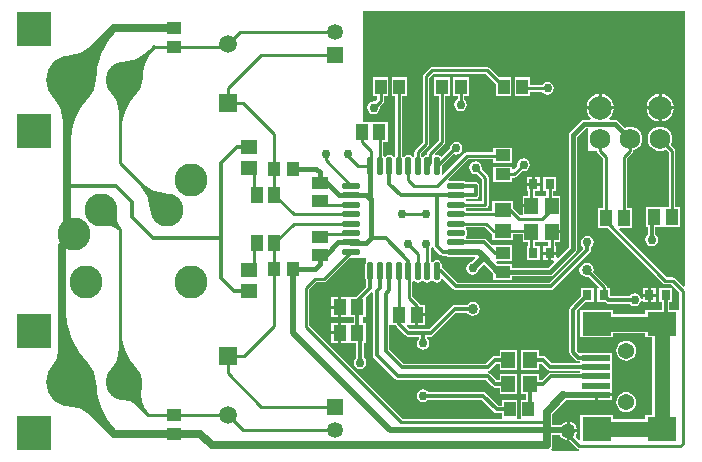
<source format=gbl>
%FSLAX24Y24*%
%MOIN*%
G70*
G01*
G75*
G04 Layer_Physical_Order=2*
G04 Layer_Color=16711680*
%ADD10R,0.0433X0.0492*%
%ADD11R,0.0512X0.0610*%
%ADD12R,0.0512X0.0394*%
%ADD13R,0.0866X0.0374*%
%ADD14R,0.0551X0.0472*%
%ADD15C,0.0120*%
%ADD16C,0.0100*%
%ADD17C,0.0340*%
%ADD18C,0.0532*%
%ADD19R,0.0532X0.0532*%
%ADD20C,0.0591*%
%ADD21R,0.0591X0.0591*%
%ADD22C,0.1100*%
%ADD23C,0.0540*%
%ADD24C,0.0787*%
%ADD25C,0.0689*%
%ADD26R,0.1144X0.1144*%
%ADD27C,0.1654*%
%ADD28C,0.1220*%
%ADD29C,0.0500*%
%ADD30C,0.0300*%
%ADD31C,0.0250*%
%ADD32R,0.0394X0.0512*%
%ADD33O,0.0217X0.0630*%
%ADD34O,0.0630X0.0217*%
%ADD35R,0.0433X0.0551*%
%ADD36R,0.0551X0.0433*%
%ADD37R,0.0472X0.0551*%
%ADD38R,0.0315X0.0354*%
%ADD39R,0.0980X0.0790*%
%ADD40R,0.0940X0.0200*%
%ADD41C,0.0200*%
%ADD42C,0.0150*%
%ADD43C,0.0500*%
G36*
X39988Y33159D02*
X39932Y33136D01*
X39649Y33419D01*
X39613Y33444D01*
X39570Y33452D01*
X39570Y33452D01*
X39376D01*
X37780Y35049D01*
X37803Y35104D01*
X38222D01*
Y35776D01*
X38057D01*
Y37409D01*
X38229Y37581D01*
X38229Y37581D01*
X38254Y37617D01*
X38262Y37660D01*
X38262Y37660D01*
Y37679D01*
X38354Y37717D01*
X38438Y37782D01*
X38503Y37866D01*
X38544Y37964D01*
X38558Y38070D01*
X38544Y38176D01*
X38503Y38274D01*
X38438Y38358D01*
X38354Y38423D01*
X38256Y38464D01*
X38150Y38478D01*
X38044Y38464D01*
X37978Y38437D01*
X37751Y38664D01*
X37706Y38694D01*
X37653Y38704D01*
X37468D01*
X37449Y38761D01*
X37474Y38780D01*
X37546Y38875D01*
X37592Y38985D01*
X37601Y39053D01*
X36699D01*
X36708Y38985D01*
X36754Y38875D01*
X36826Y38780D01*
X36851Y38761D01*
X36832Y38704D01*
X36617D01*
X36564Y38694D01*
X36519Y38664D01*
X36153Y38297D01*
X36123Y38253D01*
X36112Y38200D01*
X36112Y38200D01*
X36112D01*
X36112Y38200D01*
X36112D01*
Y34457D01*
X35749Y34093D01*
X35693Y34116D01*
Y34200D01*
X35526D01*
Y34013D01*
X35590D01*
X35613Y33957D01*
X35428Y33773D01*
X34216D01*
Y33892D01*
X33739D01*
X33678Y33953D01*
X33701Y34008D01*
X34216D01*
Y34522D01*
X33584D01*
X33584Y34522D01*
Y34522D01*
X33561Y34512D01*
X33374Y34699D01*
X33334Y34726D01*
X33287Y34735D01*
X32678D01*
X32671Y34740D01*
Y34800D01*
X32680Y34806D01*
X32717Y34862D01*
X32730Y34928D01*
X32717Y34993D01*
X32680Y35049D01*
X32671Y35055D01*
Y35115D01*
X32680Y35121D01*
X32686Y35130D01*
X33311D01*
X33525Y34916D01*
X33525Y34916D01*
X33561Y34892D01*
X33561Y34892D01*
X33561Y34892D01*
D01*
X33561Y34892D01*
X33561Y34892D01*
X33564Y34891D01*
Y34699D01*
X34236D01*
Y34884D01*
X34569D01*
Y34631D01*
X34753D01*
Y34487D01*
X34707D01*
Y34013D01*
X35142D01*
Y34487D01*
X34978D01*
Y34631D01*
X35422D01*
Y34487D01*
X35258D01*
Y34300D01*
X35693D01*
Y34487D01*
X35647D01*
Y34631D01*
X35831D01*
Y34917D01*
X35750D01*
Y35017D01*
X35831D01*
Y35303D01*
Y35497D01*
Y36169D01*
X35588D01*
Y36313D01*
X35693D01*
Y36787D01*
X35258D01*
Y36313D01*
X35363D01*
Y36169D01*
X34978D01*
Y36313D01*
X35142D01*
Y36500D01*
X34707D01*
Y36313D01*
X34753D01*
Y36169D01*
X34569D01*
Y35883D01*
X34650D01*
Y35783D01*
X34569D01*
Y35512D01*
X34496D01*
X34236Y35773D01*
Y36001D01*
X33564D01*
Y35670D01*
X32686D01*
X32680Y35679D01*
X32671Y35685D01*
Y35745D01*
X32680Y35751D01*
X32686Y35760D01*
X33328D01*
X33370Y35769D01*
X33407Y35793D01*
X33431Y35830D01*
X33440Y35872D01*
X33440Y35872D01*
X33440Y35872D01*
Y35872D01*
Y36772D01*
X33431Y36815D01*
X33407Y36852D01*
X33407Y36852D01*
X33205Y37054D01*
X33214Y37100D01*
X33198Y37182D01*
X33151Y37251D01*
X33082Y37298D01*
X33000Y37314D01*
X32918Y37298D01*
X32849Y37251D01*
X32802Y37182D01*
X32786Y37100D01*
X32802Y37018D01*
X32849Y36949D01*
X32918Y36902D01*
X33000Y36886D01*
X33046Y36895D01*
X33215Y36726D01*
Y35985D01*
X32686D01*
X32680Y35994D01*
X32671Y36000D01*
Y36060D01*
X32678Y36065D01*
X32987D01*
X33034Y36074D01*
X33074Y36101D01*
X33074Y36101D01*
X33074Y36101D01*
X33087Y36113D01*
X33113Y36153D01*
X33122Y36200D01*
X33122Y36200D01*
X33122Y36200D01*
Y36200D01*
Y36500D01*
X33113Y36547D01*
X33087Y36587D01*
X33047Y36613D01*
X33000Y36622D01*
X32681D01*
X32680Y36624D01*
X32624Y36661D01*
X32559Y36674D01*
X32145D01*
X32106Y36666D01*
X32078Y36719D01*
X32746Y37388D01*
X33584D01*
Y37258D01*
X34216D01*
Y37772D01*
X33584D01*
Y37612D01*
X32700D01*
X32700Y37612D01*
X32657Y37604D01*
X32621Y37579D01*
X32621Y37579D01*
X31919Y36878D01*
X31866Y36906D01*
X31874Y36945D01*
Y37165D01*
X32264Y37555D01*
X32268Y37552D01*
X32350Y37536D01*
X32432Y37552D01*
X32501Y37599D01*
X32548Y37668D01*
X32564Y37750D01*
X32548Y37832D01*
X32501Y37901D01*
X32432Y37948D01*
X32350Y37964D01*
X32268Y37948D01*
X32199Y37901D01*
X32152Y37832D01*
X32136Y37750D01*
X32137Y37745D01*
X31867Y37476D01*
X31824Y37480D01*
X31768Y37517D01*
X31702Y37530D01*
X31671Y37524D01*
X31643Y37577D01*
X31964Y37899D01*
X31989Y37935D01*
X31997Y37978D01*
X31997Y37978D01*
Y39484D01*
X32142D01*
Y40116D01*
X31628D01*
Y39484D01*
X31773D01*
Y38024D01*
X31405Y37656D01*
X31380Y37620D01*
X31372Y37577D01*
X31372Y37577D01*
Y37527D01*
X31322Y37517D01*
X31266Y37480D01*
X31260Y37471D01*
X31200D01*
X31194Y37480D01*
X31185Y37486D01*
Y37576D01*
X31429Y37821D01*
X31429Y37821D01*
X31454Y37857D01*
X31454Y37857D01*
X31454Y37857D01*
X31462Y37900D01*
X31462Y37900D01*
Y40104D01*
X31596Y40238D01*
X33339D01*
X33678Y39898D01*
Y39484D01*
X34192D01*
Y40116D01*
X33778D01*
X33464Y40429D01*
X33428Y40454D01*
X33385Y40462D01*
X33385Y40462D01*
X31550D01*
X31550Y40462D01*
X31507Y40454D01*
X31471Y40429D01*
X31471Y40429D01*
X31271Y40229D01*
X31246Y40193D01*
X31238Y40150D01*
X31238Y40150D01*
Y37946D01*
X30993Y37702D01*
X30969Y37665D01*
X30960Y37622D01*
X30960Y37622D01*
Y37486D01*
X30951Y37480D01*
X30945Y37471D01*
X30885D01*
X30879Y37480D01*
X30823Y37517D01*
X30757Y37530D01*
X30692Y37517D01*
X30636Y37480D01*
X30630Y37471D01*
X30570D01*
X30564Y37480D01*
X30555Y37486D01*
Y39484D01*
X30722D01*
Y40116D01*
X30208D01*
Y39484D01*
X30330D01*
Y37486D01*
X30321Y37480D01*
X30315Y37471D01*
X30255D01*
X30249Y37480D01*
X30193Y37517D01*
X30128Y37530D01*
X30062Y37517D01*
X30006Y37480D01*
X30000Y37471D01*
X29940D01*
X29934Y37480D01*
X29925Y37486D01*
Y37964D01*
X30072D01*
Y38636D01*
X29519D01*
D01*
D01*
D01*
Y38636D01*
X29518D01*
X29517Y38636D01*
X29518Y38636D01*
X29460Y38636D01*
X29439Y38636D01*
X29439D01*
D01*
Y38636D01*
X29439D01*
X29439D01*
D01*
X29292Y38636D01*
X29250Y38678D01*
Y42338D01*
X39988D01*
Y33159D01*
D02*
G37*
G36*
X36750Y38131D02*
X36749Y38120D01*
X36750D01*
Y38020D01*
X36749D01*
X36750Y38009D01*
Y37670D01*
X36988D01*
X37038Y37660D01*
X37046Y37617D01*
X37071Y37581D01*
X37243Y37409D01*
Y35776D01*
X37078D01*
Y35490D01*
X37078D01*
Y35390D01*
X37078D01*
Y35104D01*
X37305D01*
Y35104D01*
X37405D01*
Y35104D01*
X37407D01*
X39251Y33261D01*
X39251Y33261D01*
X39287Y33236D01*
X39287Y33236D01*
X39287Y33236D01*
D01*
X39287Y33236D01*
X39287Y33236D01*
X39330Y33228D01*
X39330Y33228D01*
X39524D01*
X39788Y32964D01*
Y32355D01*
X39760D01*
Y32355D01*
X39458D01*
Y32613D01*
X39553D01*
Y33087D01*
X39118D01*
Y32613D01*
X39213D01*
Y32355D01*
X38660D01*
Y32213D01*
X37590D01*
Y32355D01*
X36490D01*
Y31445D01*
X37590D01*
Y31587D01*
X38660D01*
Y31445D01*
X38897D01*
Y28855D01*
X38660D01*
Y28713D01*
X37590D01*
Y28855D01*
X36490D01*
Y28037D01*
X36435Y28014D01*
X36324Y28125D01*
X36361Y28174D01*
X36392Y28249D01*
X36396Y28280D01*
X36140D01*
Y28024D01*
X36111Y28020D01*
X36381Y27751D01*
X36381Y27751D01*
X36417Y27726D01*
X36440Y27722D01*
X36434Y27662D01*
X35540D01*
X35503Y27717D01*
X35544Y27778D01*
X35559Y27850D01*
Y28187D01*
X35814D01*
X35819Y28174D01*
X35869Y28109D01*
X35934Y28059D01*
X36009Y28028D01*
X36040Y28024D01*
Y28330D01*
Y28636D01*
X36009Y28632D01*
X35934Y28601D01*
X35869Y28551D01*
X35840Y28513D01*
X35559D01*
Y28620D01*
X35559Y28620D01*
X35559Y28620D01*
Y28620D01*
Y28892D01*
X36034Y29367D01*
X37020D01*
X37036Y29370D01*
X36970D01*
Y29530D01*
X37020D01*
Y29580D01*
X37550D01*
Y29680D01*
Y29990D01*
Y30300D01*
Y30610D01*
Y30930D01*
X36490D01*
Y30930D01*
X36443Y30930D01*
X36372Y31001D01*
Y32325D01*
X36660Y32613D01*
X36942D01*
Y33087D01*
X36507D01*
Y32806D01*
X36163Y32462D01*
X36137Y32422D01*
X36128Y32376D01*
Y30950D01*
X36128Y30950D01*
X36128D01*
X36137Y30903D01*
X36163Y30863D01*
X36343Y30683D01*
X36383Y30657D01*
X36430Y30648D01*
X36490D01*
Y30610D01*
Y30582D01*
X35541D01*
X35337Y30787D01*
X35297Y30813D01*
X35250Y30822D01*
X35101D01*
Y31036D01*
X34508D01*
Y30364D01*
X35101D01*
Y30578D01*
X35199D01*
X35403Y30373D01*
X35403Y30373D01*
X35403D01*
X35403Y30373D01*
X35403D01*
X35403Y30373D01*
Y30373D01*
Y30373D01*
D01*
D01*
X35403D01*
Y30373D01*
X35443Y30347D01*
X35490Y30338D01*
X36490D01*
Y30300D01*
Y30272D01*
X35500D01*
X35453Y30263D01*
X35413Y30237D01*
X35199Y30022D01*
X35101D01*
Y30236D01*
X34508D01*
Y29564D01*
X34682D01*
Y29366D01*
X34508D01*
Y28734D01*
D01*
Y28734D01*
X34506Y28732D01*
X34392D01*
Y28732D01*
Y28734D01*
X34392Y28775D01*
X34392Y28775D01*
X34392D01*
Y29366D01*
X33878D01*
Y29172D01*
X33751D01*
X33337Y29587D01*
X33297Y29613D01*
X33250Y29622D01*
X31421D01*
X31401Y29651D01*
X31332Y29698D01*
X31250Y29714D01*
X31168Y29698D01*
X31099Y29651D01*
X31052Y29582D01*
X31036Y29500D01*
X31052Y29418D01*
X31099Y29349D01*
X31168Y29302D01*
X31250Y29286D01*
X31332Y29302D01*
X31401Y29349D01*
X31421Y29378D01*
X33199D01*
X33613Y28963D01*
X33613Y28963D01*
X33613D01*
X33613Y28963D01*
X33613D01*
X33613Y28963D01*
Y28963D01*
Y28963D01*
D01*
D01*
X33613D01*
Y28963D01*
X33653Y28937D01*
X33700Y28928D01*
X33878D01*
Y28775D01*
X33878Y28775D01*
X33878D01*
X33878Y28734D01*
X33876Y28732D01*
X30576D01*
X29295Y30014D01*
X29281Y30028D01*
X29250Y30059D01*
D01*
X27462Y31846D01*
Y33054D01*
X27696Y33288D01*
X27950D01*
X27950Y33288D01*
X27993Y33296D01*
X28030Y33321D01*
X28809Y34100D01*
X29350D01*
Y33937D01*
X29339Y33920D01*
X29326Y33855D01*
Y33441D01*
X29339Y33376D01*
X29350Y33359D01*
Y33123D01*
X29013Y32786D01*
X28787D01*
X28787Y32786D01*
Y32786D01*
X28783Y32786D01*
X28764D01*
X28745D01*
X28740Y32786D01*
X28740Y32786D01*
Y32786D01*
X28519D01*
Y32450D01*
Y32114D01*
X28745D01*
Y32114D01*
X28783D01*
X28787Y32114D01*
X28787Y32114D01*
Y32114D01*
X28937D01*
Y31936D01*
X28787D01*
X28787Y31936D01*
Y31936D01*
X28783Y31936D01*
X28764D01*
X28745D01*
X28740Y31936D01*
X28740Y31936D01*
Y31936D01*
X28519D01*
Y31600D01*
Y31264D01*
X28745D01*
Y31264D01*
X28783D01*
X28787Y31264D01*
X28787Y31264D01*
Y31264D01*
X29028D01*
Y30771D01*
X28999Y30751D01*
X28952Y30682D01*
X28936Y30600D01*
X28952Y30518D01*
X28999Y30449D01*
X29068Y30402D01*
X29150Y30386D01*
X29232Y30402D01*
X29297Y30446D01*
X29301Y30449D01*
X29348Y30518D01*
X29364Y30600D01*
X29348Y30682D01*
X29301Y30751D01*
X29272Y30771D01*
Y31264D01*
X29336D01*
Y31936D01*
X29250D01*
Y32114D01*
X29336D01*
Y32763D01*
X29525Y32951D01*
X29580Y32929D01*
Y30848D01*
X29580Y30848D01*
X29580D01*
X29589Y30801D01*
X29616Y30761D01*
X30313Y30063D01*
X30337Y30048D01*
X30353Y30037D01*
X30400Y30028D01*
X33349D01*
X33563Y29813D01*
X33563D01*
X33563Y29813D01*
X33563Y29813D01*
Y29813D01*
X33603Y29787D01*
X33650Y29778D01*
X33799D01*
Y29564D01*
X34392D01*
Y30236D01*
X33799D01*
Y30022D01*
X33701D01*
X33487Y30237D01*
X33447Y30263D01*
X33400Y30272D01*
Y30328D01*
X33447Y30337D01*
X33487Y30363D01*
X33701Y30578D01*
X33799D01*
Y30364D01*
X34392D01*
Y31036D01*
X33799D01*
Y30822D01*
X33650D01*
X33603Y30813D01*
X33563Y30787D01*
X33349Y30572D01*
X30601D01*
X30122Y31051D01*
Y31864D01*
X30178D01*
Y31864D01*
X30339D01*
X30342Y31848D01*
X30368Y31809D01*
X30663Y31513D01*
X30703Y31487D01*
X30750Y31478D01*
X31109D01*
X31127Y31420D01*
X31099Y31401D01*
X31052Y31332D01*
X31036Y31250D01*
X31052Y31168D01*
X31099Y31099D01*
X31168Y31052D01*
X31250Y31036D01*
X31332Y31052D01*
X31401Y31099D01*
X31448Y31168D01*
X31464Y31250D01*
X31448Y31332D01*
X31401Y31401D01*
X31372Y31421D01*
Y31478D01*
X31500D01*
X31547Y31487D01*
X31587Y31513D01*
X32351Y32278D01*
X32705D01*
X32734Y32234D01*
X32810Y32183D01*
X32900Y32165D01*
X32990Y32183D01*
X33066Y32234D01*
X33117Y32310D01*
X33135Y32400D01*
X33117Y32490D01*
X33066Y32566D01*
X32990Y32617D01*
X32900Y32635D01*
X32810Y32617D01*
X32734Y32566D01*
X32705Y32522D01*
X32300D01*
X32253Y32513D01*
X32213Y32487D01*
X31449Y31722D01*
X30801D01*
X30710Y31813D01*
X30731Y31864D01*
X30769D01*
Y31864D01*
X30995D01*
Y32200D01*
X31045D01*
Y32250D01*
X31322D01*
Y32536D01*
X31151D01*
X31149Y32548D01*
X31125Y32584D01*
X31125Y32584D01*
X30893Y32815D01*
Y33303D01*
X30951Y33320D01*
X30951Y33320D01*
X31007Y33283D01*
X31072Y33270D01*
X31138Y33283D01*
X31194Y33320D01*
X31200Y33329D01*
X31260D01*
X31266Y33320D01*
X31322Y33283D01*
X31387Y33270D01*
X31453Y33283D01*
X31509Y33320D01*
X31515Y33329D01*
X31575D01*
X31581Y33320D01*
X31637Y33283D01*
X31702Y33270D01*
X31768Y33283D01*
X31824Y33320D01*
X31861Y33376D01*
X31863Y33389D01*
X31921Y33406D01*
X32263Y33063D01*
X32263Y33063D01*
X32263D01*
X32263Y33063D01*
X32263D01*
X32263Y33063D01*
Y33063D01*
Y33063D01*
D01*
D01*
X32263D01*
Y33063D01*
X32303Y33037D01*
X32350Y33028D01*
X35500D01*
X35547Y33037D01*
X35587Y33063D01*
X36807Y34283D01*
X36822Y34307D01*
X36833Y34323D01*
X36842Y34370D01*
Y34449D01*
X36871Y34469D01*
X36918Y34538D01*
X36934Y34620D01*
X36918Y34702D01*
X36871Y34771D01*
X36802Y34818D01*
X36720Y34834D01*
X36638Y34818D01*
X36569Y34771D01*
X36522Y34702D01*
X36506Y34620D01*
X36522Y34538D01*
X36569Y34469D01*
X36575Y34464D01*
X36581Y34404D01*
X35449Y33272D01*
X32401D01*
X31938Y33735D01*
X31899Y33761D01*
X31874Y33766D01*
Y33855D01*
X31861Y33920D01*
X31824Y33976D01*
X31768Y34013D01*
X31702Y34026D01*
X31637Y34013D01*
X31581Y33976D01*
X31575Y33967D01*
X31515D01*
X31509Y33976D01*
X31500Y33982D01*
Y34397D01*
X31501Y34399D01*
X31528Y34439D01*
X31563Y34446D01*
X31593D01*
X31616Y34411D01*
X31816Y34211D01*
X31856Y34185D01*
X31902Y34175D01*
X32026D01*
X32080Y34139D01*
X32145Y34126D01*
X32559D01*
X32601Y34135D01*
X32975D01*
X32998Y34079D01*
X32879Y33960D01*
X32818Y33948D01*
X32749Y33901D01*
X32702Y33832D01*
X32686Y33750D01*
X32702Y33668D01*
X32749Y33599D01*
X32818Y33552D01*
X32900Y33536D01*
X32982Y33552D01*
X33051Y33599D01*
X33098Y33668D01*
X33110Y33729D01*
X33275Y33894D01*
X33584Y33585D01*
Y33378D01*
X34216D01*
Y33497D01*
X35485D01*
X35538Y33508D01*
X35582Y33538D01*
X36347Y34303D01*
X36377Y34347D01*
X36388Y34400D01*
X36388Y34400D01*
X36388Y34400D01*
Y34400D01*
Y38143D01*
X36674Y38429D01*
X36750D01*
Y38131D01*
D02*
G37*
%LPC*%
G36*
X36700Y33935D02*
X36610Y33917D01*
X36534Y33866D01*
X36483Y33790D01*
X36465Y33700D01*
X36483Y33610D01*
X36534Y33534D01*
X36610Y33483D01*
X36700Y33465D01*
X36763Y33478D01*
X37099Y33143D01*
X37076Y33087D01*
X37058D01*
Y32613D01*
X37340D01*
X37379Y32587D01*
X37426Y32578D01*
X38129D01*
X38149Y32549D01*
X38218Y32502D01*
X38300Y32486D01*
X38382Y32502D01*
X38451Y32549D01*
X38498Y32618D01*
X38507Y32665D01*
X38567Y32659D01*
Y32613D01*
X38734D01*
Y32800D01*
X38567D01*
Y32741D01*
X38507Y32735D01*
X38498Y32782D01*
X38451Y32851D01*
X38382Y32898D01*
X38300Y32914D01*
X38218Y32898D01*
X38149Y32851D01*
X38129Y32822D01*
X37493D01*
Y33087D01*
X37425D01*
X37388Y33124D01*
Y33124D01*
X37388D01*
D01*
D01*
D01*
X37379Y33167D01*
X37355Y33204D01*
X37355Y33204D01*
X36922Y33637D01*
X36935Y33700D01*
X36917Y33790D01*
X36866Y33866D01*
X36790Y33917D01*
X36700Y33935D01*
D02*
G37*
G36*
X28419Y32786D02*
X28192D01*
Y32500D01*
X28419D01*
Y32786D01*
D02*
G37*
G36*
Y32400D02*
X28192D01*
Y32114D01*
X28419D01*
Y32400D01*
D02*
G37*
G36*
X39002Y33087D02*
X38834D01*
Y32900D01*
X39002D01*
Y33087D01*
D02*
G37*
G36*
X38734D02*
X38567D01*
Y32900D01*
X38734D01*
Y33087D01*
D02*
G37*
G36*
X39002Y32800D02*
X38834D01*
Y32613D01*
X39002D01*
Y32800D01*
D02*
G37*
G36*
X37550Y29480D02*
X37070D01*
Y29370D01*
X37550D01*
Y29480D01*
D02*
G37*
G36*
X38030Y29623D02*
X37944Y29612D01*
X37864Y29578D01*
X37795Y29525D01*
X37742Y29456D01*
X37708Y29376D01*
X37697Y29290D01*
X37708Y29204D01*
X37742Y29124D01*
X37795Y29055D01*
X37864Y29002D01*
X37944Y28968D01*
X38030Y28957D01*
X38116Y28968D01*
X38196Y29002D01*
X38265Y29055D01*
X38318Y29124D01*
X38352Y29204D01*
X38363Y29290D01*
X38352Y29376D01*
X38318Y29456D01*
X38265Y29525D01*
X38196Y29578D01*
X38116Y29612D01*
X38030Y29623D01*
D02*
G37*
G36*
X36140Y28636D02*
Y28380D01*
X36396D01*
X36392Y28411D01*
X36361Y28486D01*
X36311Y28551D01*
X36246Y28601D01*
X36171Y28632D01*
X36140Y28636D01*
D02*
G37*
G36*
X38030Y31343D02*
X37944Y31332D01*
X37864Y31298D01*
X37795Y31245D01*
X37742Y31176D01*
X37708Y31096D01*
X37697Y31010D01*
X37708Y30924D01*
X37742Y30844D01*
X37795Y30775D01*
X37864Y30722D01*
X37944Y30688D01*
X38030Y30677D01*
X38116Y30688D01*
X38196Y30722D01*
X38265Y30775D01*
X38318Y30844D01*
X38352Y30924D01*
X38363Y31010D01*
X38352Y31096D01*
X38318Y31176D01*
X38265Y31245D01*
X38196Y31298D01*
X38116Y31332D01*
X38030Y31343D01*
D02*
G37*
G36*
X31322Y32150D02*
X31095D01*
Y31864D01*
X31322D01*
Y32150D01*
D02*
G37*
G36*
X28419Y31936D02*
X28192D01*
Y31650D01*
X28419D01*
Y31936D01*
D02*
G37*
G36*
Y31550D02*
X28192D01*
Y31264D01*
X28419D01*
Y31550D01*
D02*
G37*
G36*
X37200Y39555D02*
Y39153D01*
X37601D01*
X37592Y39222D01*
X37546Y39332D01*
X37474Y39427D01*
X37379Y39500D01*
X37268Y39545D01*
X37200Y39555D01*
D02*
G37*
G36*
X37100D02*
X37032Y39545D01*
X36921Y39500D01*
X36826Y39427D01*
X36754Y39332D01*
X36708Y39222D01*
X36699Y39153D01*
X37100D01*
Y39555D01*
D02*
G37*
G36*
X32772Y40116D02*
X32258D01*
Y39484D01*
X32403D01*
Y39388D01*
X32349Y39351D01*
X32302Y39282D01*
X32286Y39200D01*
X32302Y39118D01*
X32349Y39049D01*
X32418Y39002D01*
X32500Y38986D01*
X32582Y39002D01*
X32651Y39049D01*
X32698Y39118D01*
X32714Y39200D01*
X32698Y39282D01*
X32651Y39351D01*
X32627Y39368D01*
Y39484D01*
X32772D01*
Y40116D01*
D02*
G37*
G36*
X39100Y39555D02*
X39032Y39545D01*
X38921Y39500D01*
X38826Y39427D01*
X38754Y39332D01*
X38708Y39222D01*
X38699Y39153D01*
X39100D01*
Y39555D01*
D02*
G37*
G36*
X34822Y40116D02*
X34308D01*
Y39484D01*
X34822D01*
Y39638D01*
X35222D01*
X35249Y39599D01*
X35318Y39552D01*
X35400Y39536D01*
X35482Y39552D01*
X35551Y39599D01*
X35598Y39668D01*
X35614Y39750D01*
X35598Y39832D01*
X35551Y39901D01*
X35482Y39948D01*
X35400Y39964D01*
X35318Y39948D01*
X35249Y39901D01*
X35222Y39862D01*
X34822D01*
Y40116D01*
D02*
G37*
G36*
X30092D02*
X29578D01*
Y39484D01*
X29723D01*
Y39381D01*
X29646Y39305D01*
X29600Y39314D01*
X29518Y39298D01*
X29449Y39251D01*
X29402Y39182D01*
X29386Y39100D01*
X29402Y39018D01*
X29449Y38949D01*
X29518Y38902D01*
X29600Y38886D01*
X29682Y38902D01*
X29751Y38949D01*
X29798Y39018D01*
X29814Y39100D01*
X29805Y39146D01*
X29914Y39256D01*
X29914Y39256D01*
X29939Y39292D01*
X29947Y39335D01*
X29947Y39335D01*
Y39484D01*
X30092D01*
Y40116D01*
D02*
G37*
G36*
X39200Y39555D02*
Y39153D01*
X39601D01*
X39592Y39222D01*
X39546Y39332D01*
X39474Y39427D01*
X39379Y39500D01*
X39268Y39545D01*
X39200Y39555D01*
D02*
G37*
G36*
X34874Y36787D02*
X34707D01*
Y36600D01*
X34874D01*
Y36787D01*
D02*
G37*
G36*
X39150Y38478D02*
X39044Y38464D01*
X38946Y38423D01*
X38862Y38358D01*
X38797Y38274D01*
X38756Y38176D01*
X38742Y38070D01*
X38756Y37964D01*
X38797Y37866D01*
X38862Y37782D01*
X38946Y37717D01*
X39044Y37676D01*
X39150Y37662D01*
X39256Y37676D01*
X39347Y37714D01*
X39433Y37628D01*
Y35786D01*
X39274D01*
X39274Y35786D01*
Y35786D01*
X39269Y35786D01*
X39250D01*
X39231D01*
X39226Y35786D01*
X39226Y35786D01*
Y35786D01*
X38678D01*
Y35114D01*
X38748D01*
Y34871D01*
X38719Y34851D01*
X38672Y34782D01*
X38656Y34700D01*
X38672Y34618D01*
X38719Y34549D01*
X38788Y34502D01*
X38870Y34486D01*
X38952Y34502D01*
X39021Y34549D01*
X39068Y34618D01*
X39084Y34700D01*
X39068Y34782D01*
X39021Y34851D01*
X38992Y34871D01*
Y35114D01*
X39231D01*
Y35114D01*
X39269D01*
X39274Y35114D01*
X39274Y35114D01*
Y35114D01*
X39822D01*
Y35786D01*
X39657D01*
Y37675D01*
X39657Y37675D01*
X39649Y37718D01*
X39625Y37754D01*
X39625Y37754D01*
X39506Y37873D01*
X39544Y37964D01*
X39558Y38070D01*
X39544Y38176D01*
X39503Y38274D01*
X39438Y38358D01*
X39354Y38423D01*
X39256Y38464D01*
X39150Y38478D01*
D02*
G37*
G36*
X35426Y34200D02*
X35258D01*
Y34013D01*
X35426D01*
Y34200D01*
D02*
G37*
G36*
X35142Y36787D02*
X34974D01*
Y36600D01*
X35142D01*
Y36787D01*
D02*
G37*
G36*
X39601Y39053D02*
X39200D01*
Y38652D01*
X39268Y38661D01*
X39379Y38707D01*
X39474Y38780D01*
X39546Y38875D01*
X39592Y38985D01*
X39601Y39053D01*
D02*
G37*
G36*
X39100D02*
X38699D01*
X38708Y38985D01*
X38754Y38875D01*
X38826Y38780D01*
X38921Y38707D01*
X39032Y38661D01*
X39100Y38652D01*
Y39053D01*
D02*
G37*
G36*
X34600Y37414D02*
X34518Y37398D01*
X34449Y37351D01*
X34402Y37282D01*
X34386Y37200D01*
X34395Y37154D01*
X34271Y37030D01*
X34216Y37053D01*
Y37142D01*
X33584D01*
Y36628D01*
X34216D01*
Y36773D01*
X34285D01*
X34285Y36773D01*
X34328Y36781D01*
X34364Y36806D01*
X34554Y36995D01*
X34600Y36986D01*
X34682Y37002D01*
X34751Y37049D01*
X34798Y37118D01*
X34814Y37200D01*
X34798Y37282D01*
X34751Y37351D01*
X34682Y37398D01*
X34600Y37414D01*
D02*
G37*
%LPD*%
D12*
X33900Y37515D02*
D03*
Y36885D02*
D03*
Y33635D02*
D03*
Y34265D02*
D03*
X22950Y28865D02*
D03*
Y28235D02*
D03*
Y41135D02*
D03*
Y41765D02*
D03*
D14*
X25450Y33704D02*
D03*
Y32996D02*
D03*
X25450Y37096D02*
D03*
Y37804D02*
D03*
X33900Y35704D02*
D03*
Y34996D02*
D03*
D15*
X35370Y28620D02*
X35420D01*
X31250Y31250D02*
Y31600D01*
X31500D01*
X30750D02*
X31250D01*
X33000Y36200D02*
Y36500D01*
X32354D02*
X33000D01*
X32987Y36187D02*
X33000Y36200D01*
X29800Y33635D02*
X29813Y33648D01*
X29800Y33100D02*
Y33635D01*
X29702Y33002D02*
X29800Y33100D01*
X29702Y30848D02*
Y33002D01*
X30400Y30150D02*
X33400D01*
X29702Y30848D02*
X30400Y30150D01*
X30550Y30450D02*
X32650D01*
X30000Y31000D02*
X30550Y30450D01*
X32650D02*
X33400D01*
X33650Y30700D01*
X34096D01*
X33400Y30150D02*
X33650Y29900D01*
X34096D01*
X35490Y30460D02*
X37020D01*
X35250Y30700D02*
X35490Y30460D01*
X34804Y30700D02*
X35250D01*
X34804Y29900D02*
X35250D01*
X35500Y30150D01*
X37020D01*
X30128Y33028D02*
Y33648D01*
X30000Y32900D02*
X30128Y33028D01*
X30000Y31000D02*
Y32900D01*
X32352Y36187D02*
X32987D01*
X21550Y35450D02*
X22250Y34750D01*
X19378Y36500D02*
X21000D01*
X21550Y35950D01*
Y35450D02*
Y35950D01*
X31702Y34498D02*
X31902Y34298D01*
X32352D01*
X30513Y36187D02*
X32352D01*
X30128Y36572D02*
X30513Y36187D01*
X30128Y36572D02*
Y37152D01*
X31702Y34498D02*
Y36150D01*
X32352Y34613D02*
X33287D01*
X33635Y34265D01*
X33900D01*
X34804Y29089D02*
Y29900D01*
X34765Y29050D02*
X34804Y29089D01*
X29150Y30600D02*
Y31509D01*
X29059Y31600D02*
X29150Y31509D01*
X29059Y32659D02*
X29498Y33098D01*
Y33648D01*
X29059Y31600D02*
Y32450D01*
Y32659D01*
X37276Y32850D02*
X37426Y32700D01*
X38300D01*
X36430Y30770D02*
X37020D01*
X36250Y30950D02*
X36430Y30770D01*
X36250Y30950D02*
Y32376D01*
X36724Y32850D01*
X31250Y29500D02*
X33250D01*
X31500Y31600D02*
X32300Y32400D01*
X30455Y31895D02*
Y32200D01*
Y31895D02*
X30750Y31600D01*
X31702Y33648D02*
X31852D01*
X32350Y33150D01*
X35500D01*
X32300Y32400D02*
X32900D01*
X33250Y34100D02*
X33300D01*
X30757Y33648D02*
Y33993D01*
X30000Y34750D02*
X30757Y33993D01*
X29500Y34750D02*
X30000D01*
X25034Y37804D02*
X25450D01*
X24944Y32996D02*
X25450D01*
X24500Y33440D02*
X24944Y32996D01*
X24500Y37270D02*
X25034Y37804D01*
X24500Y34750D02*
Y37270D01*
Y33440D02*
Y34750D01*
X22250D02*
X24500D01*
X33250Y29500D02*
X33700Y29050D01*
X34135D01*
X39336Y32194D02*
Y32850D01*
X39126Y31984D02*
X39336Y32194D01*
X35500Y33150D02*
X36720Y34370D01*
Y34620D01*
X38870Y34700D02*
Y35365D01*
X38955Y35450D01*
D16*
X22400Y35700D02*
G03*
X22188Y36212I-724J0D01*
G01*
X22300Y35700D02*
G03*
X22017Y36383I-966J0D01*
G01*
X22200Y35700D02*
G03*
X21846Y36554I-1207J0D01*
G01*
X22188Y36212D02*
G03*
X22700Y36000I512J512D01*
G01*
X22017Y36383D02*
G03*
X22700Y36100I683J683D01*
G01*
X21846Y36554D02*
G03*
X22700Y36200I854J854D01*
G01*
X20793Y35637D02*
G03*
X20890Y35310I349J-75D01*
G01*
X20891Y35616D02*
G03*
X21020Y35180I465J-100D01*
G01*
X20989Y35595D02*
G03*
X21150Y35050I582J-125D01*
G01*
X20890Y35310D02*
G03*
X20563Y35407I-252J-252D01*
G01*
X21020Y35180D02*
G03*
X20584Y35309I-337J-337D01*
G01*
X21150Y35050D02*
G03*
X20605Y35211I-421J-421D01*
G01*
X21445Y29928D02*
G03*
X21597Y29353I572J-156D01*
G01*
X21541Y29902D02*
G03*
X21719Y29231I667J-182D01*
G01*
X21638Y29875D02*
G03*
X21841Y29109I762J-208D01*
G01*
X21734Y29849D02*
G03*
X21963Y28987I858J-234D01*
G01*
X21831Y29823D02*
G03*
X22085Y28865I953J-260D01*
G01*
X21546Y29404D02*
G03*
X21290Y29510I-256J-256D01*
G01*
X21717Y29233D02*
G03*
X21290Y29410I-427J-427D01*
G01*
X20965Y30295D02*
G03*
X21150Y30743I-448J448D01*
G01*
X20894Y30366D02*
G03*
X21150Y30985I-618J618D01*
G01*
Y30695D02*
G03*
X21403Y30083I865J0D01*
G01*
X21150Y30936D02*
G03*
X21474Y30154I1106J0D01*
G01*
X21150Y31178D02*
G03*
X21545Y30225I1348J0D01*
G01*
X21150Y31419D02*
G03*
X21615Y30295I1589J0D01*
G01*
X21150Y31661D02*
G03*
X21686Y30366I1831J0D01*
G01*
X21290Y40390D02*
G03*
X21717Y40567I0J604D01*
G01*
X21290Y40490D02*
G03*
X21888Y40738I0J846D01*
G01*
X21290Y40590D02*
G03*
X22059Y40909I0J1087D01*
G01*
X21791Y40641D02*
G03*
X21550Y40037I583J-583D01*
G01*
X21956Y40806D02*
G03*
X21650Y40039I739J-739D01*
G01*
X22120Y40970D02*
G03*
X21750Y40042I895J-895D01*
G01*
X22285Y41135D02*
G03*
X21850Y40045I1051J-1051D01*
G01*
X21403Y39917D02*
G03*
X21150Y39305I612J-612D01*
G01*
X21474Y39846D02*
G03*
X21150Y39064I782J-782D01*
G01*
X21545Y39775D02*
G03*
X21150Y38822I953J-953D01*
G01*
X21615Y39705D02*
G03*
X21150Y38581I1124J-1124D01*
G01*
X21686Y39634D02*
G03*
X21150Y38339I1294J-1294D01*
G01*
Y39257D02*
G03*
X20965Y39705I-633J0D01*
G01*
X21150Y39015D02*
G03*
X20894Y39634I-875J0D01*
G01*
X21150Y39890D02*
X21290Y40030D01*
X21150Y37250D02*
Y39890D01*
Y30110D02*
X21290Y29970D01*
X21150Y30110D02*
Y35050D01*
X21290Y29660D02*
Y29970D01*
Y29660D02*
X22085Y28865D01*
X36050Y28240D02*
Y28350D01*
X21290Y40030D02*
Y40140D01*
X22285Y41135D01*
X36460Y27830D02*
X39830D01*
X36050Y28240D02*
X36460Y27830D01*
X30530Y28620D02*
X35370D01*
X39830Y27830D02*
X39900Y27900D01*
X31350Y34550D02*
X31387Y34513D01*
Y33648D02*
Y34513D01*
X30550Y35550D02*
X31350D01*
X33000Y37100D02*
X33328Y36772D01*
Y35872D02*
Y36772D01*
X32352Y35872D02*
X33328D01*
X34285Y36885D02*
X34600Y37200D01*
X33900Y36885D02*
X34285D01*
X31700Y36500D02*
X32700Y37500D01*
X30950Y36500D02*
X31700D01*
X32700Y37500D02*
X33900D01*
X32300Y37750D02*
X32350D01*
X31702Y37152D02*
X32300Y37750D01*
X31885Y37978D02*
Y39800D01*
X31484Y37577D02*
X31885Y37978D01*
X29600Y39100D02*
X29835Y39335D01*
Y39800D01*
X32500Y39200D02*
X32515Y39215D01*
Y39800D01*
X34615Y39750D02*
X35400D01*
X34565Y39800D02*
X34615Y39750D01*
X27350Y33100D02*
X27650Y33400D01*
X27350Y31800D02*
Y33100D01*
X27950Y33400D02*
X28848Y34298D01*
X27650Y33400D02*
X27950D01*
X28750Y37500D02*
X29098Y37152D01*
X28750Y37500D02*
Y37550D01*
X29498Y37152D02*
X29500Y37154D01*
Y37650D01*
X29205Y37945D02*
X29500Y37650D01*
X29205Y37945D02*
Y38300D01*
X29098Y37152D02*
X29498D01*
X28000Y37350D02*
Y37550D01*
Y37350D02*
X28848Y36502D01*
Y34613D02*
X28861Y34600D01*
X28820Y34900D02*
X28848Y34928D01*
X27905Y34900D02*
X28820D01*
X27800Y34795D02*
X27905Y34900D01*
X27932Y35872D02*
X28848D01*
X27800Y36005D02*
X27932Y35872D01*
X31045Y32200D02*
Y32505D01*
X30781Y32769D02*
X31045Y32505D01*
X30781Y32769D02*
Y33624D01*
X30757Y33648D02*
X30781Y33624D01*
X34865Y34309D02*
X34924Y34250D01*
X34865Y34309D02*
Y34967D01*
X35476Y34250D02*
X35535Y34309D01*
Y34967D01*
X35476Y35892D02*
X35535Y35833D01*
X35476Y35892D02*
Y36550D01*
X34865Y36491D02*
X34924Y36550D01*
X34865Y35833D02*
Y36491D01*
X30455Y32200D02*
Y33636D01*
X35535Y35735D02*
Y35833D01*
X35200Y35400D02*
X35535Y35735D01*
X34450Y35400D02*
X35200D01*
X34146Y35704D02*
X34450Y35400D01*
X33900Y35704D02*
X34146D01*
X34837Y34996D02*
X34865Y34967D01*
X33900Y34996D02*
X34837D01*
X33753Y35557D02*
X33900Y35704D01*
X32352Y35557D02*
X33753D01*
X30750Y37144D02*
X30757Y37152D01*
X31350Y37900D02*
Y40150D01*
X31550Y40350D01*
X31072Y37622D02*
X31350Y37900D01*
X31072Y37152D02*
Y37622D01*
X31550Y40350D02*
X33385D01*
X31484Y37249D02*
Y37577D01*
X33385Y40350D02*
X33935Y39800D01*
X31387Y37152D02*
X31484Y37249D01*
X30443Y37152D02*
Y39778D01*
X29795Y38300D02*
X29813Y38283D01*
Y37152D02*
Y38283D01*
X26295Y36200D02*
X26938Y35557D01*
X28848D01*
X26295Y34600D02*
X26938Y35243D01*
X28848D01*
X25600Y34495D02*
X25705Y34600D01*
X25600Y33854D02*
Y34495D01*
X25450Y33704D02*
X25600Y33854D01*
X26295Y33754D02*
Y34600D01*
X25450Y37096D02*
X25600Y36946D01*
Y36305D02*
Y36946D01*
Y36305D02*
X25705Y36200D01*
X26295D02*
Y37046D01*
X26285Y31835D02*
Y33744D01*
X25284Y30834D02*
X26285Y31835D01*
X24750Y30834D02*
X25284D01*
X26285Y37056D02*
Y38215D01*
X25234Y39266D02*
X26285Y38215D01*
X24750Y39266D02*
X25234D01*
X25856Y40856D02*
X28300D01*
X24750Y39750D02*
X25856Y40856D01*
X24750Y39266D02*
Y39750D01*
X25259Y28356D02*
X28300D01*
X24750Y28866D02*
X25259Y28356D01*
X25159Y41644D02*
X28300D01*
X24750Y41234D02*
X25159Y41644D01*
X22951Y28866D02*
X24750D01*
X22085Y28865D02*
X22950D01*
X22285Y41135D02*
X22950D01*
X24651D01*
X21150Y37250D02*
X22700Y35700D01*
X20500D02*
X21150Y35050D01*
X30750Y36700D02*
Y37144D01*
Y36700D02*
X30950Y36500D01*
X31072Y33648D02*
Y34228D01*
X30750Y34550D02*
X31072Y34228D01*
X32352Y35243D02*
X33357D01*
X33604Y34996D01*
X33900D01*
X24750Y30250D02*
Y30834D01*
Y30250D02*
X25856Y29144D01*
X28300D01*
X27350Y31800D02*
X30530Y28620D01*
X37276Y32850D02*
Y33124D01*
X36700Y33700D02*
X37276Y33124D01*
X39545Y35450D02*
Y37675D01*
X39150Y38070D02*
X39545Y37675D01*
X39900Y27900D02*
Y33010D01*
X37150Y37660D02*
Y38070D01*
Y37660D02*
X37355Y37455D01*
Y35440D02*
Y37455D01*
X37945Y35440D02*
Y37455D01*
X38150Y37660D01*
Y38070D01*
X39570Y33340D02*
X39900Y33010D01*
X37355Y35315D02*
Y35440D01*
Y35315D02*
X39330Y33340D01*
X39570D01*
D17*
X32900Y32400D02*
D03*
X36700Y33700D02*
D03*
D18*
X28300Y41644D02*
D03*
Y28356D02*
D03*
D19*
Y40856D02*
D03*
Y29144D02*
D03*
D20*
X24750Y41234D02*
D03*
Y28866D02*
D03*
D21*
Y39266D02*
D03*
Y30834D02*
D03*
D22*
X23500Y36700D02*
D03*
Y33300D02*
D03*
X20000D02*
D03*
X22700Y35700D02*
D03*
X20500D02*
D03*
X19600Y34900D02*
D03*
D23*
X38030Y29290D02*
D03*
Y31010D02*
D03*
D24*
X39150Y39103D02*
D03*
X37150D02*
D03*
D25*
X39150Y38070D02*
D03*
X38150D02*
D03*
X37150D02*
D03*
D26*
X18278Y41723D02*
D03*
Y38337D02*
D03*
Y31663D02*
D03*
Y28277D02*
D03*
D27*
X19518Y40030D02*
D03*
Y29970D02*
D03*
D28*
X21290Y40030D02*
D03*
Y29970D02*
D03*
D29*
X36090Y28330D02*
D03*
D30*
X30550Y35550D02*
D03*
X31350D02*
D03*
X33000Y37100D02*
D03*
X31350Y34550D02*
D03*
X30750D02*
D03*
X34600Y37200D02*
D03*
X32350Y37750D02*
D03*
X29600Y39100D02*
D03*
X32500Y39200D02*
D03*
X35400Y39750D02*
D03*
X28750Y37550D02*
D03*
X28000D02*
D03*
X31250Y31250D02*
D03*
X29150Y30600D02*
D03*
X38300Y32700D02*
D03*
X31250Y29500D02*
D03*
X32900Y33750D02*
D03*
X36720Y34620D02*
D03*
X38870Y34700D02*
D03*
D31*
X19720Y29970D02*
G03*
X20082Y29096I1236J0D01*
G01*
X19970Y29970D02*
G03*
X20509Y28670I1839J0D01*
G01*
X20220Y29970D02*
G03*
X20936Y28243I2443J0D01*
G01*
X20187Y28991D02*
G03*
X19518Y29268I-669J-669D01*
G01*
X19022Y30466D02*
G03*
X19200Y30896I-429J429D01*
G01*
Y31226D02*
G03*
X19661Y30113I1574J0D01*
G01*
X19200Y31829D02*
G03*
X19838Y30289I2178J0D01*
G01*
X19200Y32433D02*
G03*
X20015Y30466I2781J0D01*
G01*
X19518Y40732D02*
G03*
X20187Y41009I0J946D01*
G01*
X20082Y40904D02*
G03*
X19720Y40030I874J-874D01*
G01*
X20509Y41330D02*
G03*
X19970Y40030I1300J-1300D01*
G01*
X20936Y41757D02*
G03*
X20220Y40030I1727J-1727D01*
G01*
X19661Y39887D02*
G03*
X19378Y39205I682J-682D01*
G01*
X19838Y39711D02*
G03*
X19378Y38601I1109J-1109D01*
G01*
X20015Y39534D02*
G03*
X19378Y37998I1536J-1536D01*
G01*
Y38674D02*
G03*
X19022Y39534I-1216J0D01*
G01*
X19518Y29660D02*
Y29970D01*
Y29660D02*
X20943Y28235D01*
X19200Y30288D02*
X19518Y29970D01*
X19200Y30288D02*
Y34500D01*
X19518Y40030D02*
Y40340D01*
X20943Y41765D01*
X19378Y39890D02*
X19518Y40030D01*
X19378Y36500D02*
Y39890D01*
X35370Y28620D02*
Y28970D01*
Y28350D02*
Y28620D01*
Y27850D02*
Y28350D01*
Y28970D02*
X35930Y29530D01*
X24200Y27850D02*
X35370D01*
X23815Y28235D02*
X24200Y27850D01*
X19200Y34500D02*
X19600Y34900D01*
X19378Y35122D02*
X19600Y34900D01*
X20943Y28235D02*
X22950D01*
X20943Y41765D02*
X22950D01*
X19378Y35122D02*
Y36500D01*
X22950Y28235D02*
X23815D01*
D32*
X31885Y39800D02*
D03*
X32515D02*
D03*
X33935D02*
D03*
X34565D02*
D03*
X34765Y29050D02*
D03*
X34135D02*
D03*
X26285Y33744D02*
D03*
X26915D02*
D03*
X26285Y37056D02*
D03*
X26915D02*
D03*
X30465Y39800D02*
D03*
X29835D02*
D03*
D33*
X29498Y37152D02*
D03*
X29813D02*
D03*
X30128D02*
D03*
X30443D02*
D03*
X30757D02*
D03*
X31072D02*
D03*
X31387D02*
D03*
X31702D02*
D03*
Y33648D02*
D03*
X31387D02*
D03*
X31072D02*
D03*
X30757D02*
D03*
X30443D02*
D03*
X30128D02*
D03*
X29813D02*
D03*
X29498D02*
D03*
D34*
X32352Y36502D02*
D03*
Y36187D02*
D03*
Y35872D02*
D03*
Y35557D02*
D03*
Y35243D02*
D03*
Y34928D02*
D03*
Y34613D02*
D03*
Y34298D02*
D03*
X28848D02*
D03*
Y34613D02*
D03*
Y34928D02*
D03*
Y35243D02*
D03*
Y35557D02*
D03*
Y35872D02*
D03*
Y36187D02*
D03*
Y36502D02*
D03*
D35*
X38955Y35450D02*
D03*
X39545D02*
D03*
X37945Y35440D02*
D03*
X37355D02*
D03*
X30455Y32200D02*
D03*
X31045D02*
D03*
X29795Y38300D02*
D03*
X29205D02*
D03*
X29059Y32450D02*
D03*
X28468D02*
D03*
X29059Y31600D02*
D03*
X28468D02*
D03*
X26295Y36200D02*
D03*
X25705D02*
D03*
X26295Y34600D02*
D03*
X25705D02*
D03*
D36*
X27800Y36005D02*
D03*
Y36595D02*
D03*
X27800Y34795D02*
D03*
Y34205D02*
D03*
D37*
X34096Y30700D02*
D03*
X34804D02*
D03*
X34096Y29900D02*
D03*
X34804D02*
D03*
X34865Y34967D02*
D03*
Y35833D02*
D03*
X35535D02*
D03*
Y34967D02*
D03*
D38*
X39336Y32850D02*
D03*
X38784D02*
D03*
X36724Y32850D02*
D03*
X37276D02*
D03*
X34924Y34250D02*
D03*
X35476D02*
D03*
Y36550D02*
D03*
X34924D02*
D03*
D39*
X37040Y28400D02*
D03*
X39210Y31900D02*
D03*
Y28400D02*
D03*
X37040Y31900D02*
D03*
D40*
X37020Y29530D02*
D03*
Y29840D02*
D03*
Y30150D02*
D03*
Y30460D02*
D03*
Y30770D02*
D03*
D41*
X35370Y28350D02*
X36050D01*
X30150D02*
X35370D01*
X36050D02*
X36070Y28330D01*
X35930Y29530D02*
X37020D01*
X26915Y31585D02*
Y33744D01*
X32352Y34298D02*
X33102D01*
X33765Y33635D02*
X33900D01*
X32900Y33750D02*
X33250Y34100D01*
X33300D02*
X33765Y33635D01*
X33102Y34298D02*
X33300Y34100D01*
X26915Y31585D02*
X30150Y28350D01*
D42*
X36250Y34400D02*
Y38200D01*
X35485Y33635D02*
X36250Y34400D01*
X33900Y33635D02*
X35485D01*
X29363Y36187D02*
X29498Y36052D01*
X28848Y36187D02*
X29363D01*
X29498Y36052D02*
Y37152D01*
Y36052D02*
X29500Y36050D01*
X27800Y36595D02*
Y36950D01*
X27694Y37056D02*
X27800Y36950D01*
X26915Y37056D02*
X27694D01*
X27800Y33900D02*
Y34205D01*
X27644Y33744D02*
X27800Y33900D01*
X26915Y33744D02*
X27644D01*
X27800Y36595D02*
X28055D01*
X28463Y36187D01*
X28848D01*
X28413Y34613D02*
X28848D01*
X28005Y34205D02*
X28413Y34613D01*
X27800Y34205D02*
X28005D01*
X29500Y34750D02*
Y36050D01*
X28861Y34600D02*
X29350D01*
X29500Y34750D01*
X36250Y38200D02*
X36617Y38567D01*
X37653D01*
X38150Y38070D01*
D43*
X39210Y28400D02*
Y31900D01*
X37040Y28400D02*
X39210D01*
X37040Y31900D02*
X39210D01*
M02*

</source>
